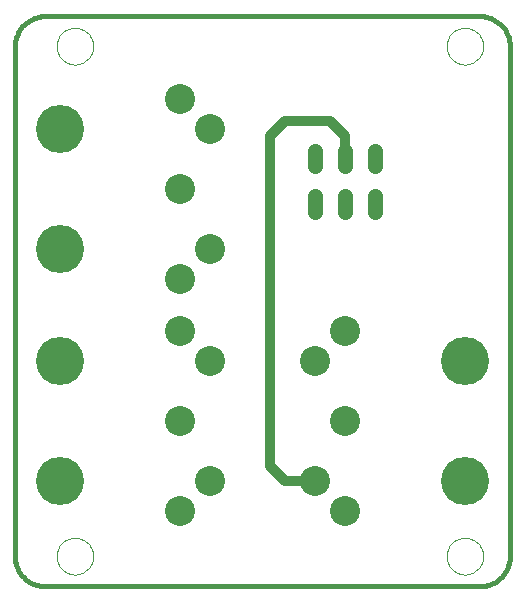
<source format=gtl>
G75*
G70*
%OFA0B0*%
%FSLAX24Y24*%
%IPPOS*%
%LPD*%
%AMOC8*
5,1,8,0,0,1.08239X$1,22.5*
%
%ADD10C,0.0000*%
%ADD11C,0.0160*%
%ADD12C,0.1000*%
%ADD13C,0.1600*%
%ADD14C,0.0515*%
%ADD15C,0.0320*%
D10*
X002118Y001728D02*
X002120Y001777D01*
X002126Y001826D01*
X002136Y001874D01*
X002149Y001921D01*
X002167Y001967D01*
X002188Y002011D01*
X002212Y002054D01*
X002240Y002094D01*
X002271Y002133D01*
X002305Y002168D01*
X002342Y002201D01*
X002381Y002230D01*
X002423Y002256D01*
X002466Y002279D01*
X002512Y002298D01*
X002558Y002314D01*
X002606Y002326D01*
X002654Y002334D01*
X002703Y002338D01*
X002753Y002338D01*
X002802Y002334D01*
X002850Y002326D01*
X002898Y002314D01*
X002944Y002298D01*
X002990Y002279D01*
X003033Y002256D01*
X003075Y002230D01*
X003114Y002201D01*
X003151Y002168D01*
X003185Y002133D01*
X003216Y002094D01*
X003244Y002054D01*
X003268Y002011D01*
X003289Y001967D01*
X003307Y001921D01*
X003320Y001874D01*
X003330Y001826D01*
X003336Y001777D01*
X003338Y001728D01*
X003336Y001679D01*
X003330Y001630D01*
X003320Y001582D01*
X003307Y001535D01*
X003289Y001489D01*
X003268Y001445D01*
X003244Y001402D01*
X003216Y001362D01*
X003185Y001323D01*
X003151Y001288D01*
X003114Y001255D01*
X003075Y001226D01*
X003033Y001200D01*
X002990Y001177D01*
X002944Y001158D01*
X002898Y001142D01*
X002850Y001130D01*
X002802Y001122D01*
X002753Y001118D01*
X002703Y001118D01*
X002654Y001122D01*
X002606Y001130D01*
X002558Y001142D01*
X002512Y001158D01*
X002466Y001177D01*
X002423Y001200D01*
X002381Y001226D01*
X002342Y001255D01*
X002305Y001288D01*
X002271Y001323D01*
X002240Y001362D01*
X002212Y001402D01*
X002188Y001445D01*
X002167Y001489D01*
X002149Y001535D01*
X002136Y001582D01*
X002126Y001630D01*
X002120Y001679D01*
X002118Y001728D01*
X015118Y001728D02*
X015120Y001777D01*
X015126Y001826D01*
X015136Y001874D01*
X015149Y001921D01*
X015167Y001967D01*
X015188Y002011D01*
X015212Y002054D01*
X015240Y002094D01*
X015271Y002133D01*
X015305Y002168D01*
X015342Y002201D01*
X015381Y002230D01*
X015423Y002256D01*
X015466Y002279D01*
X015512Y002298D01*
X015558Y002314D01*
X015606Y002326D01*
X015654Y002334D01*
X015703Y002338D01*
X015753Y002338D01*
X015802Y002334D01*
X015850Y002326D01*
X015898Y002314D01*
X015944Y002298D01*
X015990Y002279D01*
X016033Y002256D01*
X016075Y002230D01*
X016114Y002201D01*
X016151Y002168D01*
X016185Y002133D01*
X016216Y002094D01*
X016244Y002054D01*
X016268Y002011D01*
X016289Y001967D01*
X016307Y001921D01*
X016320Y001874D01*
X016330Y001826D01*
X016336Y001777D01*
X016338Y001728D01*
X016336Y001679D01*
X016330Y001630D01*
X016320Y001582D01*
X016307Y001535D01*
X016289Y001489D01*
X016268Y001445D01*
X016244Y001402D01*
X016216Y001362D01*
X016185Y001323D01*
X016151Y001288D01*
X016114Y001255D01*
X016075Y001226D01*
X016033Y001200D01*
X015990Y001177D01*
X015944Y001158D01*
X015898Y001142D01*
X015850Y001130D01*
X015802Y001122D01*
X015753Y001118D01*
X015703Y001118D01*
X015654Y001122D01*
X015606Y001130D01*
X015558Y001142D01*
X015512Y001158D01*
X015466Y001177D01*
X015423Y001200D01*
X015381Y001226D01*
X015342Y001255D01*
X015305Y001288D01*
X015271Y001323D01*
X015240Y001362D01*
X015212Y001402D01*
X015188Y001445D01*
X015167Y001489D01*
X015149Y001535D01*
X015136Y001582D01*
X015126Y001630D01*
X015120Y001679D01*
X015118Y001728D01*
X015118Y018728D02*
X015120Y018777D01*
X015126Y018826D01*
X015136Y018874D01*
X015149Y018921D01*
X015167Y018967D01*
X015188Y019011D01*
X015212Y019054D01*
X015240Y019094D01*
X015271Y019133D01*
X015305Y019168D01*
X015342Y019201D01*
X015381Y019230D01*
X015423Y019256D01*
X015466Y019279D01*
X015512Y019298D01*
X015558Y019314D01*
X015606Y019326D01*
X015654Y019334D01*
X015703Y019338D01*
X015753Y019338D01*
X015802Y019334D01*
X015850Y019326D01*
X015898Y019314D01*
X015944Y019298D01*
X015990Y019279D01*
X016033Y019256D01*
X016075Y019230D01*
X016114Y019201D01*
X016151Y019168D01*
X016185Y019133D01*
X016216Y019094D01*
X016244Y019054D01*
X016268Y019011D01*
X016289Y018967D01*
X016307Y018921D01*
X016320Y018874D01*
X016330Y018826D01*
X016336Y018777D01*
X016338Y018728D01*
X016336Y018679D01*
X016330Y018630D01*
X016320Y018582D01*
X016307Y018535D01*
X016289Y018489D01*
X016268Y018445D01*
X016244Y018402D01*
X016216Y018362D01*
X016185Y018323D01*
X016151Y018288D01*
X016114Y018255D01*
X016075Y018226D01*
X016033Y018200D01*
X015990Y018177D01*
X015944Y018158D01*
X015898Y018142D01*
X015850Y018130D01*
X015802Y018122D01*
X015753Y018118D01*
X015703Y018118D01*
X015654Y018122D01*
X015606Y018130D01*
X015558Y018142D01*
X015512Y018158D01*
X015466Y018177D01*
X015423Y018200D01*
X015381Y018226D01*
X015342Y018255D01*
X015305Y018288D01*
X015271Y018323D01*
X015240Y018362D01*
X015212Y018402D01*
X015188Y018445D01*
X015167Y018489D01*
X015149Y018535D01*
X015136Y018582D01*
X015126Y018630D01*
X015120Y018679D01*
X015118Y018728D01*
X002118Y018728D02*
X002120Y018777D01*
X002126Y018826D01*
X002136Y018874D01*
X002149Y018921D01*
X002167Y018967D01*
X002188Y019011D01*
X002212Y019054D01*
X002240Y019094D01*
X002271Y019133D01*
X002305Y019168D01*
X002342Y019201D01*
X002381Y019230D01*
X002423Y019256D01*
X002466Y019279D01*
X002512Y019298D01*
X002558Y019314D01*
X002606Y019326D01*
X002654Y019334D01*
X002703Y019338D01*
X002753Y019338D01*
X002802Y019334D01*
X002850Y019326D01*
X002898Y019314D01*
X002944Y019298D01*
X002990Y019279D01*
X003033Y019256D01*
X003075Y019230D01*
X003114Y019201D01*
X003151Y019168D01*
X003185Y019133D01*
X003216Y019094D01*
X003244Y019054D01*
X003268Y019011D01*
X003289Y018967D01*
X003307Y018921D01*
X003320Y018874D01*
X003330Y018826D01*
X003336Y018777D01*
X003338Y018728D01*
X003336Y018679D01*
X003330Y018630D01*
X003320Y018582D01*
X003307Y018535D01*
X003289Y018489D01*
X003268Y018445D01*
X003244Y018402D01*
X003216Y018362D01*
X003185Y018323D01*
X003151Y018288D01*
X003114Y018255D01*
X003075Y018226D01*
X003033Y018200D01*
X002990Y018177D01*
X002944Y018158D01*
X002898Y018142D01*
X002850Y018130D01*
X002802Y018122D01*
X002753Y018118D01*
X002703Y018118D01*
X002654Y018122D01*
X002606Y018130D01*
X002558Y018142D01*
X002512Y018158D01*
X002466Y018177D01*
X002423Y018200D01*
X002381Y018226D01*
X002342Y018255D01*
X002305Y018288D01*
X002271Y018323D01*
X002240Y018362D01*
X002212Y018402D01*
X002188Y018445D01*
X002167Y018489D01*
X002149Y018535D01*
X002136Y018582D01*
X002126Y018630D01*
X002120Y018679D01*
X002118Y018728D01*
D11*
X000728Y018728D02*
X000728Y001728D01*
X000730Y001668D01*
X000735Y001607D01*
X000744Y001548D01*
X000757Y001489D01*
X000773Y001431D01*
X000793Y001373D01*
X000816Y001318D01*
X000843Y001263D01*
X000872Y001211D01*
X000905Y001160D01*
X000941Y001111D01*
X000979Y001065D01*
X001021Y001021D01*
X001065Y000979D01*
X001111Y000941D01*
X001160Y000905D01*
X001211Y000872D01*
X001263Y000843D01*
X001318Y000816D01*
X001373Y000793D01*
X001431Y000773D01*
X001489Y000757D01*
X001548Y000744D01*
X001607Y000735D01*
X001668Y000730D01*
X001728Y000728D01*
X016228Y000728D01*
X016291Y000730D01*
X016353Y000736D01*
X016415Y000746D01*
X016477Y000759D01*
X016537Y000777D01*
X016596Y000798D01*
X016654Y000823D01*
X016710Y000852D01*
X016764Y000884D01*
X016816Y000919D01*
X016865Y000957D01*
X016913Y000999D01*
X016957Y001043D01*
X016999Y001091D01*
X017037Y001140D01*
X017072Y001192D01*
X017104Y001246D01*
X017133Y001302D01*
X017158Y001360D01*
X017179Y001419D01*
X017197Y001479D01*
X017210Y001541D01*
X017220Y001603D01*
X017226Y001665D01*
X017228Y001728D01*
X017228Y018728D01*
X017226Y018788D01*
X017221Y018849D01*
X017212Y018908D01*
X017199Y018967D01*
X017183Y019026D01*
X017163Y019083D01*
X017140Y019138D01*
X017113Y019193D01*
X017084Y019245D01*
X017051Y019296D01*
X017015Y019345D01*
X016977Y019391D01*
X016935Y019435D01*
X016891Y019477D01*
X016845Y019515D01*
X016796Y019551D01*
X016745Y019584D01*
X016693Y019613D01*
X016638Y019640D01*
X016583Y019663D01*
X016526Y019683D01*
X016467Y019699D01*
X016408Y019712D01*
X016349Y019721D01*
X016288Y019726D01*
X016228Y019728D01*
X001728Y019728D01*
X001668Y019726D01*
X001607Y019721D01*
X001548Y019712D01*
X001489Y019699D01*
X001431Y019683D01*
X001373Y019663D01*
X001318Y019640D01*
X001263Y019613D01*
X001211Y019584D01*
X001160Y019551D01*
X001111Y019515D01*
X001065Y019477D01*
X001021Y019435D01*
X000979Y019391D01*
X000941Y019345D01*
X000905Y019296D01*
X000872Y019245D01*
X000843Y019193D01*
X000816Y019138D01*
X000793Y019083D01*
X000773Y019025D01*
X000757Y018967D01*
X000744Y018908D01*
X000735Y018849D01*
X000730Y018788D01*
X000728Y018728D01*
D12*
X006228Y016978D03*
X007228Y015978D03*
X006228Y013978D03*
X007228Y011978D03*
X006228Y010978D03*
X006228Y009228D03*
X007228Y008228D03*
X006228Y006228D03*
X007228Y004228D03*
X006228Y003228D03*
X010728Y004228D03*
X011728Y003228D03*
X011728Y006228D03*
X010728Y008228D03*
X011728Y009228D03*
D13*
X015728Y008228D03*
X015728Y004228D03*
X002228Y004228D03*
X002228Y008228D03*
X002228Y011978D03*
X002228Y015978D03*
D14*
X010728Y015243D02*
X010728Y014728D01*
X010728Y013728D02*
X010728Y013213D01*
X011728Y013213D02*
X011728Y013728D01*
X011728Y014728D02*
X011728Y015243D01*
X012728Y015243D02*
X012728Y014728D01*
X012728Y013728D02*
X012728Y013213D01*
D15*
X011728Y014728D02*
X011728Y015728D01*
X011228Y016228D01*
X009728Y016228D01*
X009228Y015728D01*
X009228Y004728D01*
X009728Y004228D01*
X010728Y004228D01*
M02*

</source>
